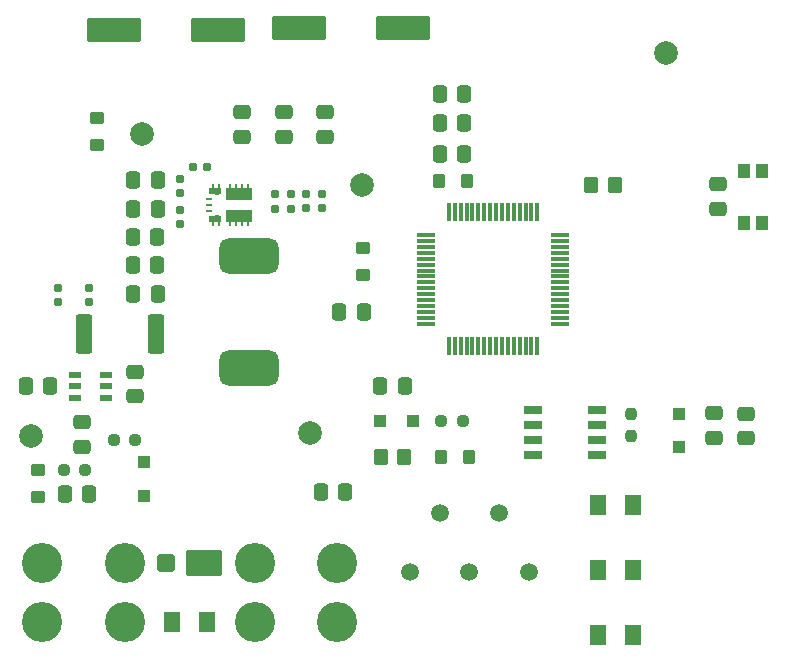
<source format=gbr>
%TF.GenerationSoftware,KiCad,Pcbnew,8.0.7*%
%TF.CreationDate,2025-05-08T16:31:26-05:00*%
%TF.ProjectId,OU_AIMNet_MPPT_v1.0,4f555f41-494d-44e6-9574-5f4d5050545f,rev?*%
%TF.SameCoordinates,Original*%
%TF.FileFunction,Soldermask,Top*%
%TF.FilePolarity,Negative*%
%FSLAX46Y46*%
G04 Gerber Fmt 4.6, Leading zero omitted, Abs format (unit mm)*
G04 Created by KiCad (PCBNEW 8.0.7) date 2025-05-08 16:31:26*
%MOMM*%
%LPD*%
G01*
G04 APERTURE LIST*
G04 Aperture macros list*
%AMRoundRect*
0 Rectangle with rounded corners*
0 $1 Rounding radius*
0 $2 $3 $4 $5 $6 $7 $8 $9 X,Y pos of 4 corners*
0 Add a 4 corners polygon primitive as box body*
4,1,4,$2,$3,$4,$5,$6,$7,$8,$9,$2,$3,0*
0 Add four circle primitives for the rounded corners*
1,1,$1+$1,$2,$3*
1,1,$1+$1,$4,$5*
1,1,$1+$1,$6,$7*
1,1,$1+$1,$8,$9*
0 Add four rect primitives between the rounded corners*
20,1,$1+$1,$2,$3,$4,$5,0*
20,1,$1+$1,$4,$5,$6,$7,0*
20,1,$1+$1,$6,$7,$8,$9,0*
20,1,$1+$1,$8,$9,$2,$3,0*%
G04 Aperture macros list end*
%ADD10RoundRect,0.250000X-0.350000X0.275000X-0.350000X-0.275000X0.350000X-0.275000X0.350000X0.275000X0*%
%ADD11RoundRect,0.160000X0.160000X-0.197500X0.160000X0.197500X-0.160000X0.197500X-0.160000X-0.197500X0*%
%ADD12RoundRect,0.250000X-0.300000X0.300000X-0.300000X-0.300000X0.300000X-0.300000X0.300000X0.300000X0*%
%ADD13RoundRect,0.250000X-0.337500X-0.475000X0.337500X-0.475000X0.337500X0.475000X-0.337500X0.475000X0*%
%ADD14RoundRect,0.250001X-0.462499X-0.624999X0.462499X-0.624999X0.462499X0.624999X-0.462499X0.624999X0*%
%ADD15RoundRect,0.237500X0.237500X-0.250000X0.237500X0.250000X-0.237500X0.250000X-0.237500X-0.250000X0*%
%ADD16RoundRect,0.250001X2.049999X0.799999X-2.049999X0.799999X-2.049999X-0.799999X2.049999X-0.799999X0*%
%ADD17C,2.000000*%
%ADD18RoundRect,0.250001X-2.049999X-0.799999X2.049999X-0.799999X2.049999X0.799999X-2.049999X0.799999X0*%
%ADD19RoundRect,0.075000X-0.075000X0.700000X-0.075000X-0.700000X0.075000X-0.700000X0.075000X0.700000X0*%
%ADD20RoundRect,0.075000X-0.700000X0.075000X-0.700000X-0.075000X0.700000X-0.075000X0.700000X0.075000X0*%
%ADD21RoundRect,0.250000X0.475000X-0.337500X0.475000X0.337500X-0.475000X0.337500X-0.475000X-0.337500X0*%
%ADD22R,1.050000X0.550000*%
%ADD23RoundRect,0.250000X-0.475000X0.337500X-0.475000X-0.337500X0.475000X-0.337500X0.475000X0.337500X0*%
%ADD24RoundRect,0.160000X-0.160000X0.197500X-0.160000X-0.197500X0.160000X-0.197500X0.160000X0.197500X0*%
%ADD25RoundRect,0.250000X-0.350000X-0.450000X0.350000X-0.450000X0.350000X0.450000X-0.350000X0.450000X0*%
%ADD26RoundRect,0.237500X-0.250000X-0.237500X0.250000X-0.237500X0.250000X0.237500X-0.250000X0.237500X0*%
%ADD27RoundRect,0.160000X0.197500X0.160000X-0.197500X0.160000X-0.197500X-0.160000X0.197500X-0.160000X0*%
%ADD28R,0.250000X0.400000*%
%ADD29R,1.075000X0.575000*%
%ADD30C,0.550000*%
%ADD31R,2.200000X1.000000*%
%ADD32R,0.600000X0.220000*%
%ADD33R,1.000000X1.300000*%
%ADD34RoundRect,0.250000X0.337500X0.475000X-0.337500X0.475000X-0.337500X-0.475000X0.337500X-0.475000X0*%
%ADD35RoundRect,0.250000X0.350000X-0.275000X0.350000X0.275000X-0.350000X0.275000X-0.350000X-0.275000X0*%
%ADD36RoundRect,0.237500X0.250000X0.237500X-0.250000X0.237500X-0.250000X-0.237500X0.250000X-0.237500X0*%
%ADD37C,3.400000*%
%ADD38RoundRect,0.249999X-0.450001X-1.425001X0.450001X-1.425001X0.450001X1.425001X-0.450001X1.425001X0*%
%ADD39RoundRect,0.250000X-0.275000X-0.350000X0.275000X-0.350000X0.275000X0.350000X-0.275000X0.350000X0*%
%ADD40R,1.528000X0.650000*%
%ADD41RoundRect,0.250000X1.300000X0.850000X-1.300000X0.850000X-1.300000X-0.850000X1.300000X-0.850000X0*%
%ADD42RoundRect,0.250000X0.500000X0.510000X-0.500000X0.510000X-0.500000X-0.510000X0.500000X-0.510000X0*%
%ADD43C,1.500000*%
%ADD44RoundRect,0.250000X0.350000X0.450000X-0.350000X0.450000X-0.350000X-0.450000X0.350000X-0.450000X0*%
%ADD45RoundRect,0.250000X0.300000X0.300000X-0.300000X0.300000X-0.300000X-0.300000X0.300000X-0.300000X0*%
%ADD46RoundRect,0.750000X1.750000X-0.750000X1.750000X0.750000X-1.750000X0.750000X-1.750000X-0.750000X0*%
G04 APERTURE END LIST*
D10*
%TO.C,FB5*%
X231500000Y-137300000D03*
X231500000Y-139600000D03*
%TD*%
D11*
%TO.C,R7*%
X205700000Y-141895000D03*
X205700000Y-140700000D03*
%TD*%
D12*
%TO.C,D6*%
X258200000Y-151400000D03*
X258200000Y-154200000D03*
%TD*%
D13*
%TO.C,C2*%
X206225000Y-158200000D03*
X208300000Y-158200000D03*
%TD*%
D14*
%TO.C,D7*%
X251387500Y-164600000D03*
X254362500Y-164600000D03*
%TD*%
D15*
%TO.C,R29*%
X254200000Y-153225000D03*
X254200000Y-151400000D03*
%TD*%
D16*
%TO.C,C16*%
X219200000Y-118900000D03*
X210400000Y-118900000D03*
%TD*%
D17*
%TO.C,TP3*%
X212800000Y-127700000D03*
%TD*%
D18*
%TO.C,C31*%
X226100000Y-118700000D03*
X234900000Y-118700000D03*
%TD*%
D19*
%TO.C,U3*%
X246250000Y-134325000D03*
X245750000Y-134325000D03*
X245250000Y-134325000D03*
X244750000Y-134325000D03*
X244250000Y-134325000D03*
X243750000Y-134325000D03*
X243250000Y-134325000D03*
X242750000Y-134325000D03*
X242250000Y-134325000D03*
X241750000Y-134325000D03*
X241250000Y-134325000D03*
X240750000Y-134325000D03*
X240250000Y-134325000D03*
X239750000Y-134325000D03*
X239250000Y-134325000D03*
X238750000Y-134325000D03*
D20*
X236825000Y-136250000D03*
X236825000Y-136750000D03*
X236825000Y-137250000D03*
X236825000Y-137750000D03*
X236825000Y-138250000D03*
X236825000Y-138750000D03*
X236825000Y-139250000D03*
X236825000Y-139750000D03*
X236825000Y-140250000D03*
X236825000Y-140750000D03*
X236825000Y-141250000D03*
X236825000Y-141750000D03*
X236825000Y-142250000D03*
X236825000Y-142750000D03*
X236825000Y-143250000D03*
X236825000Y-143750000D03*
D19*
X238750000Y-145675000D03*
X239250000Y-145675000D03*
X239750000Y-145675000D03*
X240250000Y-145675000D03*
X240750000Y-145675000D03*
X241250000Y-145675000D03*
X241750000Y-145675000D03*
X242250000Y-145675000D03*
X242750000Y-145675000D03*
X243250000Y-145675000D03*
X243750000Y-145675000D03*
X244250000Y-145675000D03*
X244750000Y-145675000D03*
X245250000Y-145675000D03*
X245750000Y-145675000D03*
X246250000Y-145675000D03*
D20*
X248175000Y-143750000D03*
X248175000Y-143250000D03*
X248175000Y-142750000D03*
X248175000Y-142250000D03*
X248175000Y-141750000D03*
X248175000Y-141250000D03*
X248175000Y-140750000D03*
X248175000Y-140250000D03*
X248175000Y-139750000D03*
X248175000Y-139250000D03*
X248175000Y-138750000D03*
X248175000Y-138250000D03*
X248175000Y-137750000D03*
X248175000Y-137250000D03*
X248175000Y-136750000D03*
X248175000Y-136250000D03*
%TD*%
D21*
%TO.C,C14*%
X224800000Y-127937500D03*
X224800000Y-125862500D03*
%TD*%
D22*
%TO.C,U6*%
X207100000Y-148100000D03*
X207100000Y-149050000D03*
X207100000Y-150000000D03*
X209700000Y-150000000D03*
X209700000Y-149050000D03*
X209700000Y-148100000D03*
%TD*%
D23*
%TO.C,C32*%
X261200000Y-151325000D03*
X261200000Y-153400000D03*
%TD*%
D24*
%TO.C,R12*%
X225400000Y-132802500D03*
X225400000Y-133997500D03*
%TD*%
D25*
%TO.C,R15*%
X250800000Y-132000000D03*
X252800000Y-132000000D03*
%TD*%
D21*
%TO.C,C3*%
X207700000Y-154175000D03*
X207700000Y-152100000D03*
%TD*%
D17*
%TO.C,TP5*%
X257100000Y-120800000D03*
%TD*%
D13*
%TO.C,C17*%
X237962500Y-129400000D03*
X240037500Y-129400000D03*
%TD*%
D26*
%TO.C,R3*%
X238087500Y-152000000D03*
X239912500Y-152000000D03*
%TD*%
D11*
%TO.C,R11*%
X224000000Y-133997500D03*
X224000000Y-132802500D03*
%TD*%
D27*
%TO.C,R10*%
X218297500Y-130500000D03*
X217102500Y-130500000D03*
%TD*%
D28*
%TO.C,U5*%
X218800000Y-135350000D03*
X219300000Y-135350000D03*
D29*
X218987500Y-134862500D03*
D30*
X219100000Y-134800000D03*
D28*
X220215000Y-135350000D03*
X220715000Y-135350000D03*
X221215000Y-135350000D03*
X221715000Y-135350000D03*
D31*
X220975000Y-134650000D03*
D30*
X220300000Y-134600000D03*
X221000000Y-134600000D03*
X221700000Y-134600000D03*
X220300000Y-132800000D03*
X221000000Y-132800000D03*
X221700000Y-132800000D03*
D31*
X220975000Y-132750000D03*
D28*
X220215000Y-132050000D03*
X220715000Y-132050000D03*
X221215000Y-132050000D03*
X221715000Y-132050000D03*
D30*
X219100000Y-132600000D03*
D29*
X218987500Y-132537500D03*
D28*
X218800000Y-132050000D03*
X219300000Y-132050000D03*
D32*
X218450000Y-133200000D03*
X218450000Y-133700000D03*
X218450000Y-134200000D03*
%TD*%
D33*
%TO.C,S1*%
X265300000Y-135200000D03*
X265300000Y-130800000D03*
X263700000Y-135200000D03*
X263700000Y-130800000D03*
%TD*%
D11*
%TO.C,R13*%
X226700000Y-133990000D03*
X226700000Y-132795000D03*
%TD*%
D34*
%TO.C,C8*%
X214100000Y-141200000D03*
X212025000Y-141200000D03*
%TD*%
D35*
%TO.C,FB3*%
X204000000Y-158410000D03*
X204000000Y-156110000D03*
%TD*%
D23*
%TO.C,C33*%
X263900000Y-151362500D03*
X263900000Y-153437500D03*
%TD*%
D13*
%TO.C,C6*%
X202925000Y-149000000D03*
X205000000Y-149000000D03*
%TD*%
D14*
%TO.C,D8*%
X251387500Y-170100000D03*
X254362500Y-170100000D03*
%TD*%
D35*
%TO.C,FB2*%
X209000000Y-128650000D03*
X209000000Y-126350000D03*
%TD*%
D13*
%TO.C,C36*%
X229462500Y-142737500D03*
X231537500Y-142737500D03*
%TD*%
D36*
%TO.C,R1*%
X207954048Y-156100000D03*
X206129048Y-156100000D03*
%TD*%
D37*
%TO.C,J1*%
X204300000Y-164000000D03*
X204300000Y-169000000D03*
X211300000Y-164000000D03*
X211300000Y-169000000D03*
%TD*%
D21*
%TO.C,C15*%
X228300000Y-127937500D03*
X228300000Y-125862500D03*
%TD*%
D17*
%TO.C,TP1*%
X203400000Y-153300000D03*
%TD*%
D34*
%TO.C,C5*%
X235037500Y-149000000D03*
X232962500Y-149000000D03*
%TD*%
D24*
%TO.C,R9*%
X216000000Y-131502500D03*
X216000000Y-132697500D03*
%TD*%
%TO.C,R14*%
X228000000Y-132797500D03*
X228000000Y-133992500D03*
%TD*%
D38*
%TO.C,R5*%
X207850000Y-144600000D03*
X213950000Y-144600000D03*
%TD*%
D34*
%TO.C,C11*%
X214100000Y-134000000D03*
X212025000Y-134000000D03*
%TD*%
D39*
%TO.C,FB4*%
X238120000Y-155000000D03*
X240420000Y-155000000D03*
%TD*%
D17*
%TO.C,TP2*%
X227000000Y-153000000D03*
%TD*%
D40*
%TO.C,U7*%
X245889000Y-151095000D03*
X245889000Y-152365000D03*
X245889000Y-153635000D03*
X245889000Y-154905000D03*
X251311000Y-154905000D03*
X251311000Y-153635000D03*
X251311000Y-152365000D03*
X251311000Y-151095000D03*
%TD*%
D41*
%TO.C,D11*%
X218000000Y-164000000D03*
D42*
X214780000Y-164000000D03*
%TD*%
D37*
%TO.C,J2*%
X222300000Y-164000000D03*
X222300000Y-169000000D03*
X229300000Y-164000000D03*
X229300000Y-169000000D03*
%TD*%
D21*
%TO.C,C13*%
X221200000Y-127937500D03*
X221200000Y-125862500D03*
%TD*%
D24*
%TO.C,R8*%
X216000000Y-134102500D03*
X216000000Y-135297500D03*
%TD*%
D43*
%TO.C,J3*%
X235500000Y-164800000D03*
X238000000Y-159800000D03*
X240500000Y-164800000D03*
X243000000Y-159800000D03*
X245500000Y-164800000D03*
%TD*%
D13*
%TO.C,C19*%
X237962500Y-124300000D03*
X240037500Y-124300000D03*
%TD*%
D34*
%TO.C,C10*%
X214075000Y-136400000D03*
X212000000Y-136400000D03*
%TD*%
%TO.C,C4*%
X230000000Y-158000000D03*
X227925000Y-158000000D03*
%TD*%
D13*
%TO.C,C18*%
X237962500Y-126800000D03*
X240037500Y-126800000D03*
%TD*%
D44*
%TO.C,R4*%
X234970000Y-155000000D03*
X232970000Y-155000000D03*
%TD*%
D12*
%TO.C,D1*%
X212900000Y-155500000D03*
X212900000Y-158300000D03*
%TD*%
D23*
%TO.C,C1*%
X261500000Y-131962500D03*
X261500000Y-134037500D03*
%TD*%
D39*
%TO.C,FB1*%
X237950000Y-131700000D03*
X240250000Y-131700000D03*
%TD*%
D34*
%TO.C,C9*%
X214075000Y-138800000D03*
X212000000Y-138800000D03*
%TD*%
D17*
%TO.C,TP4*%
X231400000Y-132000000D03*
%TD*%
D24*
%TO.C,R6*%
X208300000Y-140705000D03*
X208300000Y-141900000D03*
%TD*%
D45*
%TO.C,D2*%
X235720000Y-152000000D03*
X232920000Y-152000000D03*
%TD*%
D14*
%TO.C,D9*%
X251387500Y-159100000D03*
X254362500Y-159100000D03*
%TD*%
D21*
%TO.C,C7*%
X212200000Y-149900000D03*
X212200000Y-147825000D03*
%TD*%
D46*
%TO.C,L1*%
X221800000Y-147500000D03*
X221800000Y-138000000D03*
%TD*%
D34*
%TO.C,C12*%
X214100000Y-131600000D03*
X212025000Y-131600000D03*
%TD*%
D14*
%TO.C,D10*%
X215312500Y-169000000D03*
X218287500Y-169000000D03*
%TD*%
D36*
%TO.C,R2*%
X212200000Y-153556750D03*
X210375000Y-153556750D03*
%TD*%
M02*

</source>
